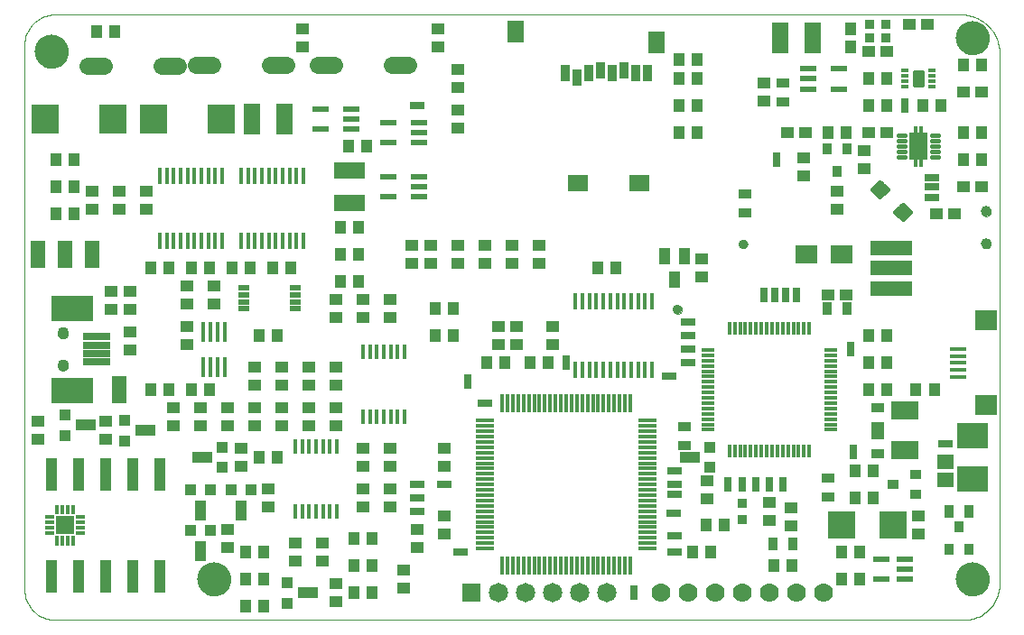
<source format=gts>
G75*
%MOIN*%
%OFA0B0*%
%FSLAX24Y24*%
%IPPOS*%
%LPD*%
%AMOC8*
5,1,8,0,0,1.08239X$1,22.5*
%
%ADD10C,0.0000*%
%ADD11R,0.0512X0.0158*%
%ADD12R,0.0158X0.0512*%
%ADD13R,0.1024X0.0257*%
%ADD14R,0.1536X0.0946*%
%ADD15C,0.0434*%
%ADD16R,0.0182X0.0591*%
%ADD17R,0.0434X0.0473*%
%ADD18R,0.0473X0.0434*%
%ADD19R,0.0540X0.1040*%
%ADD20R,0.0182X0.0552*%
%ADD21R,0.0440X0.0440*%
%ADD22R,0.0440X0.0740*%
%ADD23R,0.0740X0.0440*%
%ADD24R,0.0168X0.0749*%
%ADD25R,0.0442X0.0201*%
%ADD26R,0.0434X0.1221*%
%ADD27R,0.0985X0.0985*%
%ADD28R,0.0631X0.0237*%
%ADD29R,0.0158X0.0631*%
%ADD30R,0.0715X0.0715*%
%ADD31C,0.0715*%
%ADD32R,0.0631X0.0197*%
%ADD33R,0.0631X0.0552*%
%ADD34R,0.0631X0.1182*%
%ADD35R,0.1182X0.0631*%
%ADD36R,0.1044X0.1103*%
%ADD37R,0.0670X0.0146*%
%ADD38R,0.0146X0.0670*%
%ADD39C,0.0640*%
%ADD40R,0.0394X0.0355*%
%ADD41R,0.0355X0.0394*%
%ADD42R,0.0355X0.0512*%
%ADD43R,0.0512X0.0355*%
%ADD44R,0.0788X0.0670*%
%ADD45R,0.1140X0.0940*%
%ADD46C,0.0355*%
%ADD47R,0.0434X0.0591*%
%ADD48R,0.0985X0.0709*%
%ADD49R,0.0355X0.0631*%
%ADD50R,0.0749X0.0591*%
%ADD51R,0.0591X0.0788*%
%ADD52C,0.1240*%
%ADD53C,0.0150*%
%ADD54R,0.0690X0.0985*%
%ADD55R,0.0150X0.0316*%
%ADD56C,0.0390*%
%ADD57R,0.0355X0.0355*%
%ADD58R,0.0540X0.0290*%
%ADD59C,0.0166*%
%ADD60R,0.1540X0.0540*%
%ADD61C,0.0394*%
%ADD62R,0.0296X0.0158*%
%ADD63C,0.0091*%
%ADD64C,0.0380*%
%ADD65C,0.0157*%
%ADD66R,0.0689X0.0689*%
%ADD67R,0.0276X0.0157*%
%ADD68R,0.0157X0.0276*%
%ADD69R,0.0591X0.0178*%
%ADD70R,0.0788X0.0749*%
%ADD71R,0.0290X0.0540*%
%ADD72C,0.0700*%
D10*
X001624Y000310D02*
X035178Y000310D01*
X035249Y000312D01*
X035320Y000318D01*
X035391Y000327D01*
X035460Y000341D01*
X035530Y000358D01*
X035598Y000379D01*
X035664Y000403D01*
X035730Y000431D01*
X035793Y000463D01*
X035855Y000498D01*
X035915Y000536D01*
X035973Y000578D01*
X036029Y000623D01*
X036082Y000670D01*
X036132Y000720D01*
X036179Y000773D01*
X036224Y000829D01*
X036266Y000887D01*
X036304Y000947D01*
X036339Y001009D01*
X036371Y001072D01*
X036399Y001138D01*
X036423Y001204D01*
X036444Y001272D01*
X036461Y001342D01*
X036475Y001411D01*
X036484Y001482D01*
X036490Y001553D01*
X036492Y001624D01*
X036492Y021261D01*
X034900Y021810D02*
X034902Y021859D01*
X034908Y021907D01*
X034918Y021955D01*
X034932Y022002D01*
X034949Y022048D01*
X034970Y022092D01*
X034995Y022134D01*
X035023Y022174D01*
X035055Y022212D01*
X035089Y022247D01*
X035126Y022279D01*
X035165Y022308D01*
X035207Y022334D01*
X035251Y022356D01*
X035296Y022374D01*
X035343Y022389D01*
X035390Y022400D01*
X035439Y022407D01*
X035488Y022410D01*
X035537Y022409D01*
X035585Y022404D01*
X035634Y022395D01*
X035681Y022382D01*
X035727Y022365D01*
X035771Y022345D01*
X035814Y022321D01*
X035855Y022294D01*
X035893Y022263D01*
X035929Y022230D01*
X035961Y022194D01*
X035991Y022155D01*
X036018Y022114D01*
X036041Y022070D01*
X036060Y022025D01*
X036076Y021979D01*
X036088Y021932D01*
X036096Y021883D01*
X036100Y021834D01*
X036100Y021786D01*
X036096Y021737D01*
X036088Y021688D01*
X036076Y021641D01*
X036060Y021595D01*
X036041Y021550D01*
X036018Y021506D01*
X035991Y021465D01*
X035961Y021426D01*
X035929Y021390D01*
X035893Y021357D01*
X035855Y021326D01*
X035814Y021299D01*
X035771Y021275D01*
X035727Y021255D01*
X035681Y021238D01*
X035634Y021225D01*
X035585Y021216D01*
X035537Y021211D01*
X035488Y021210D01*
X035439Y021213D01*
X035390Y021220D01*
X035343Y021231D01*
X035296Y021246D01*
X035251Y021264D01*
X035207Y021286D01*
X035165Y021312D01*
X035126Y021341D01*
X035089Y021373D01*
X035055Y021408D01*
X035023Y021446D01*
X034995Y021486D01*
X034970Y021528D01*
X034949Y021572D01*
X034932Y021618D01*
X034918Y021665D01*
X034908Y021713D01*
X034902Y021761D01*
X034900Y021810D01*
X035073Y022680D02*
X035147Y022678D01*
X035221Y022672D01*
X035295Y022663D01*
X035368Y022649D01*
X035440Y022632D01*
X035511Y022611D01*
X035582Y022586D01*
X035650Y022557D01*
X035717Y022525D01*
X035783Y022490D01*
X035846Y022451D01*
X035907Y022409D01*
X035966Y022364D01*
X036022Y022316D01*
X036076Y022264D01*
X036128Y022210D01*
X036176Y022154D01*
X036221Y022095D01*
X036263Y022034D01*
X036302Y021971D01*
X036337Y021905D01*
X036369Y021838D01*
X036398Y021770D01*
X036423Y021699D01*
X036444Y021628D01*
X036461Y021556D01*
X036475Y021483D01*
X036484Y021409D01*
X036490Y021335D01*
X036492Y021261D01*
X035073Y022680D02*
X001617Y022680D01*
X001552Y022678D01*
X001487Y022672D01*
X001423Y022663D01*
X001359Y022650D01*
X001297Y022633D01*
X001235Y022613D01*
X001175Y022589D01*
X001116Y022561D01*
X001059Y022530D01*
X001003Y022496D01*
X000950Y022459D01*
X000899Y022419D01*
X000850Y022375D01*
X000805Y022330D01*
X000761Y022281D01*
X000721Y022230D01*
X000684Y022177D01*
X000650Y022122D01*
X000619Y022064D01*
X000591Y022005D01*
X000567Y021945D01*
X000547Y021883D01*
X000530Y021821D01*
X000517Y021757D01*
X000508Y021693D01*
X000502Y021628D01*
X000500Y021563D01*
X000500Y001434D01*
X000502Y001369D01*
X000508Y001304D01*
X000517Y001239D01*
X000530Y001175D01*
X000547Y001112D01*
X000568Y001050D01*
X000592Y000989D01*
X000620Y000930D01*
X000651Y000872D01*
X000685Y000816D01*
X000722Y000763D01*
X000763Y000712D01*
X000806Y000663D01*
X000853Y000616D01*
X000902Y000573D01*
X000953Y000532D01*
X001006Y000495D01*
X001062Y000461D01*
X001120Y000430D01*
X001179Y000402D01*
X001240Y000378D01*
X001302Y000357D01*
X001365Y000340D01*
X001429Y000327D01*
X001494Y000318D01*
X001559Y000312D01*
X001624Y000310D01*
X006900Y001810D02*
X006902Y001859D01*
X006908Y001907D01*
X006918Y001955D01*
X006932Y002002D01*
X006949Y002048D01*
X006970Y002092D01*
X006995Y002134D01*
X007023Y002174D01*
X007055Y002212D01*
X007089Y002247D01*
X007126Y002279D01*
X007165Y002308D01*
X007207Y002334D01*
X007251Y002356D01*
X007296Y002374D01*
X007343Y002389D01*
X007390Y002400D01*
X007439Y002407D01*
X007488Y002410D01*
X007537Y002409D01*
X007585Y002404D01*
X007634Y002395D01*
X007681Y002382D01*
X007727Y002365D01*
X007771Y002345D01*
X007814Y002321D01*
X007855Y002294D01*
X007893Y002263D01*
X007929Y002230D01*
X007961Y002194D01*
X007991Y002155D01*
X008018Y002114D01*
X008041Y002070D01*
X008060Y002025D01*
X008076Y001979D01*
X008088Y001932D01*
X008096Y001883D01*
X008100Y001834D01*
X008100Y001786D01*
X008096Y001737D01*
X008088Y001688D01*
X008076Y001641D01*
X008060Y001595D01*
X008041Y001550D01*
X008018Y001506D01*
X007991Y001465D01*
X007961Y001426D01*
X007929Y001390D01*
X007893Y001357D01*
X007855Y001326D01*
X007814Y001299D01*
X007771Y001275D01*
X007727Y001255D01*
X007681Y001238D01*
X007634Y001225D01*
X007585Y001216D01*
X007537Y001211D01*
X007488Y001210D01*
X007439Y001213D01*
X007390Y001220D01*
X007343Y001231D01*
X007296Y001246D01*
X007251Y001264D01*
X007207Y001286D01*
X007165Y001312D01*
X007126Y001341D01*
X007089Y001373D01*
X007055Y001408D01*
X007023Y001446D01*
X006995Y001486D01*
X006970Y001528D01*
X006949Y001572D01*
X006932Y001618D01*
X006918Y001665D01*
X006908Y001713D01*
X006902Y001761D01*
X006900Y001810D01*
X001720Y009719D02*
X001722Y009746D01*
X001728Y009773D01*
X001737Y009799D01*
X001750Y009823D01*
X001766Y009846D01*
X001785Y009865D01*
X001807Y009882D01*
X001831Y009896D01*
X001856Y009906D01*
X001883Y009913D01*
X001910Y009916D01*
X001938Y009915D01*
X001965Y009910D01*
X001991Y009902D01*
X002015Y009890D01*
X002038Y009874D01*
X002059Y009856D01*
X002076Y009835D01*
X002091Y009811D01*
X002102Y009786D01*
X002110Y009760D01*
X002114Y009733D01*
X002114Y009705D01*
X002110Y009678D01*
X002102Y009652D01*
X002091Y009627D01*
X002076Y009603D01*
X002059Y009582D01*
X002038Y009564D01*
X002016Y009548D01*
X001991Y009536D01*
X001965Y009528D01*
X001938Y009523D01*
X001910Y009522D01*
X001883Y009525D01*
X001856Y009532D01*
X001831Y009542D01*
X001807Y009556D01*
X001785Y009573D01*
X001766Y009592D01*
X001750Y009615D01*
X001737Y009639D01*
X001728Y009665D01*
X001722Y009692D01*
X001720Y009719D01*
X001720Y010901D02*
X001722Y010928D01*
X001728Y010955D01*
X001737Y010981D01*
X001750Y011005D01*
X001766Y011028D01*
X001785Y011047D01*
X001807Y011064D01*
X001831Y011078D01*
X001856Y011088D01*
X001883Y011095D01*
X001910Y011098D01*
X001938Y011097D01*
X001965Y011092D01*
X001991Y011084D01*
X002015Y011072D01*
X002038Y011056D01*
X002059Y011038D01*
X002076Y011017D01*
X002091Y010993D01*
X002102Y010968D01*
X002110Y010942D01*
X002114Y010915D01*
X002114Y010887D01*
X002110Y010860D01*
X002102Y010834D01*
X002091Y010809D01*
X002076Y010785D01*
X002059Y010764D01*
X002038Y010746D01*
X002016Y010730D01*
X001991Y010718D01*
X001965Y010710D01*
X001938Y010705D01*
X001910Y010704D01*
X001883Y010707D01*
X001856Y010714D01*
X001831Y010724D01*
X001807Y010738D01*
X001785Y010755D01*
X001766Y010774D01*
X001750Y010797D01*
X001737Y010821D01*
X001728Y010847D01*
X001722Y010874D01*
X001720Y010901D01*
X000900Y021310D02*
X000902Y021359D01*
X000908Y021407D01*
X000918Y021455D01*
X000932Y021502D01*
X000949Y021548D01*
X000970Y021592D01*
X000995Y021634D01*
X001023Y021674D01*
X001055Y021712D01*
X001089Y021747D01*
X001126Y021779D01*
X001165Y021808D01*
X001207Y021834D01*
X001251Y021856D01*
X001296Y021874D01*
X001343Y021889D01*
X001390Y021900D01*
X001439Y021907D01*
X001488Y021910D01*
X001537Y021909D01*
X001585Y021904D01*
X001634Y021895D01*
X001681Y021882D01*
X001727Y021865D01*
X001771Y021845D01*
X001814Y021821D01*
X001855Y021794D01*
X001893Y021763D01*
X001929Y021730D01*
X001961Y021694D01*
X001991Y021655D01*
X002018Y021614D01*
X002041Y021570D01*
X002060Y021525D01*
X002076Y021479D01*
X002088Y021432D01*
X002096Y021383D01*
X002100Y021334D01*
X002100Y021286D01*
X002096Y021237D01*
X002088Y021188D01*
X002076Y021141D01*
X002060Y021095D01*
X002041Y021050D01*
X002018Y021006D01*
X001991Y020965D01*
X001961Y020926D01*
X001929Y020890D01*
X001893Y020857D01*
X001855Y020826D01*
X001814Y020799D01*
X001771Y020775D01*
X001727Y020755D01*
X001681Y020738D01*
X001634Y020725D01*
X001585Y020716D01*
X001537Y020711D01*
X001488Y020710D01*
X001439Y020713D01*
X001390Y020720D01*
X001343Y020731D01*
X001296Y020746D01*
X001251Y020764D01*
X001207Y020786D01*
X001165Y020812D01*
X001126Y020841D01*
X001089Y020873D01*
X001055Y020908D01*
X001023Y020946D01*
X000995Y020986D01*
X000970Y021028D01*
X000949Y021072D01*
X000932Y021118D01*
X000918Y021165D01*
X000908Y021213D01*
X000902Y021261D01*
X000900Y021310D01*
X024457Y011776D02*
X024459Y011801D01*
X024465Y011825D01*
X024474Y011847D01*
X024487Y011868D01*
X024503Y011887D01*
X024522Y011903D01*
X024543Y011916D01*
X024565Y011925D01*
X024589Y011931D01*
X024614Y011933D01*
X024639Y011931D01*
X024663Y011925D01*
X024685Y011916D01*
X024706Y011903D01*
X024725Y011887D01*
X024741Y011868D01*
X024754Y011847D01*
X024763Y011825D01*
X024769Y011801D01*
X024771Y011776D01*
X024769Y011751D01*
X024763Y011727D01*
X024754Y011705D01*
X024741Y011684D01*
X024725Y011665D01*
X024706Y011649D01*
X024685Y011636D01*
X024663Y011627D01*
X024639Y011621D01*
X024614Y011619D01*
X024589Y011621D01*
X024565Y011627D01*
X024543Y011636D01*
X024522Y011649D01*
X024503Y011665D01*
X024487Y011684D01*
X024474Y011705D01*
X024465Y011727D01*
X024459Y011751D01*
X024457Y011776D01*
X026877Y014196D02*
X026879Y014221D01*
X026885Y014245D01*
X026894Y014267D01*
X026907Y014288D01*
X026923Y014307D01*
X026942Y014323D01*
X026963Y014336D01*
X026985Y014345D01*
X027009Y014351D01*
X027034Y014353D01*
X027059Y014351D01*
X027083Y014345D01*
X027105Y014336D01*
X027126Y014323D01*
X027145Y014307D01*
X027161Y014288D01*
X027174Y014267D01*
X027183Y014245D01*
X027189Y014221D01*
X027191Y014196D01*
X027189Y014171D01*
X027183Y014147D01*
X027174Y014125D01*
X027161Y014104D01*
X027145Y014085D01*
X027126Y014069D01*
X027105Y014056D01*
X027083Y014047D01*
X027059Y014041D01*
X027034Y014039D01*
X027009Y014041D01*
X026985Y014047D01*
X026963Y014056D01*
X026942Y014069D01*
X026923Y014085D01*
X026907Y014104D01*
X026894Y014125D01*
X026885Y014147D01*
X026879Y014171D01*
X026877Y014196D01*
X035823Y014219D02*
X035825Y014245D01*
X035831Y014271D01*
X035841Y014296D01*
X035854Y014319D01*
X035870Y014339D01*
X035890Y014357D01*
X035912Y014372D01*
X035935Y014384D01*
X035961Y014392D01*
X035987Y014396D01*
X036013Y014396D01*
X036039Y014392D01*
X036065Y014384D01*
X036089Y014372D01*
X036110Y014357D01*
X036130Y014339D01*
X036146Y014319D01*
X036159Y014296D01*
X036169Y014271D01*
X036175Y014245D01*
X036177Y014219D01*
X036175Y014193D01*
X036169Y014167D01*
X036159Y014142D01*
X036146Y014119D01*
X036130Y014099D01*
X036110Y014081D01*
X036088Y014066D01*
X036065Y014054D01*
X036039Y014046D01*
X036013Y014042D01*
X035987Y014042D01*
X035961Y014046D01*
X035935Y014054D01*
X035911Y014066D01*
X035890Y014081D01*
X035870Y014099D01*
X035854Y014119D01*
X035841Y014142D01*
X035831Y014167D01*
X035825Y014193D01*
X035823Y014219D01*
X035823Y015401D02*
X035825Y015427D01*
X035831Y015453D01*
X035841Y015478D01*
X035854Y015501D01*
X035870Y015521D01*
X035890Y015539D01*
X035912Y015554D01*
X035935Y015566D01*
X035961Y015574D01*
X035987Y015578D01*
X036013Y015578D01*
X036039Y015574D01*
X036065Y015566D01*
X036089Y015554D01*
X036110Y015539D01*
X036130Y015521D01*
X036146Y015501D01*
X036159Y015478D01*
X036169Y015453D01*
X036175Y015427D01*
X036177Y015401D01*
X036175Y015375D01*
X036169Y015349D01*
X036159Y015324D01*
X036146Y015301D01*
X036130Y015281D01*
X036110Y015263D01*
X036088Y015248D01*
X036065Y015236D01*
X036039Y015228D01*
X036013Y015224D01*
X035987Y015224D01*
X035961Y015228D01*
X035935Y015236D01*
X035911Y015248D01*
X035890Y015263D01*
X035870Y015281D01*
X035854Y015301D01*
X035841Y015324D01*
X035831Y015349D01*
X035825Y015375D01*
X035823Y015401D01*
X034900Y001810D02*
X034902Y001859D01*
X034908Y001907D01*
X034918Y001955D01*
X034932Y002002D01*
X034949Y002048D01*
X034970Y002092D01*
X034995Y002134D01*
X035023Y002174D01*
X035055Y002212D01*
X035089Y002247D01*
X035126Y002279D01*
X035165Y002308D01*
X035207Y002334D01*
X035251Y002356D01*
X035296Y002374D01*
X035343Y002389D01*
X035390Y002400D01*
X035439Y002407D01*
X035488Y002410D01*
X035537Y002409D01*
X035585Y002404D01*
X035634Y002395D01*
X035681Y002382D01*
X035727Y002365D01*
X035771Y002345D01*
X035814Y002321D01*
X035855Y002294D01*
X035893Y002263D01*
X035929Y002230D01*
X035961Y002194D01*
X035991Y002155D01*
X036018Y002114D01*
X036041Y002070D01*
X036060Y002025D01*
X036076Y001979D01*
X036088Y001932D01*
X036096Y001883D01*
X036100Y001834D01*
X036100Y001786D01*
X036096Y001737D01*
X036088Y001688D01*
X036076Y001641D01*
X036060Y001595D01*
X036041Y001550D01*
X036018Y001506D01*
X035991Y001465D01*
X035961Y001426D01*
X035929Y001390D01*
X035893Y001357D01*
X035855Y001326D01*
X035814Y001299D01*
X035771Y001275D01*
X035727Y001255D01*
X035681Y001238D01*
X035634Y001225D01*
X035585Y001216D01*
X035537Y001211D01*
X035488Y001210D01*
X035439Y001213D01*
X035390Y001220D01*
X035343Y001231D01*
X035296Y001246D01*
X035251Y001264D01*
X035207Y001286D01*
X035165Y001312D01*
X035126Y001341D01*
X035089Y001373D01*
X035055Y001408D01*
X035023Y001446D01*
X034995Y001486D01*
X034970Y001528D01*
X034949Y001572D01*
X034932Y001618D01*
X034918Y001665D01*
X034908Y001713D01*
X034902Y001761D01*
X034900Y001810D01*
D11*
X030264Y007334D03*
X030264Y007530D03*
X030264Y007727D03*
X030264Y007924D03*
X030264Y008121D03*
X030264Y008318D03*
X030264Y008515D03*
X030264Y008712D03*
X030264Y008908D03*
X030264Y009105D03*
X030264Y009302D03*
X030264Y009499D03*
X030264Y009696D03*
X030264Y009893D03*
X030264Y010090D03*
X030264Y010286D03*
X025736Y010286D03*
X025736Y010090D03*
X025736Y009893D03*
X025736Y009696D03*
X025736Y009499D03*
X025736Y009302D03*
X025736Y009105D03*
X025736Y008908D03*
X025736Y008712D03*
X025736Y008515D03*
X025736Y008318D03*
X025736Y008121D03*
X025736Y007924D03*
X025736Y007727D03*
X025736Y007530D03*
X025736Y007334D03*
D12*
X026524Y006546D03*
X026720Y006546D03*
X026917Y006546D03*
X027114Y006546D03*
X027311Y006546D03*
X027508Y006546D03*
X027705Y006546D03*
X027902Y006546D03*
X028098Y006546D03*
X028295Y006546D03*
X028492Y006546D03*
X028689Y006546D03*
X028886Y006546D03*
X029083Y006546D03*
X029280Y006546D03*
X029476Y006546D03*
X029476Y011074D03*
X029280Y011074D03*
X029083Y011074D03*
X028886Y011074D03*
X028689Y011074D03*
X028492Y011074D03*
X028295Y011074D03*
X028098Y011074D03*
X027902Y011074D03*
X027705Y011074D03*
X027508Y011074D03*
X027311Y011074D03*
X027114Y011074D03*
X026917Y011074D03*
X026720Y011074D03*
X026524Y011074D03*
D13*
X003157Y010782D03*
X003157Y010467D03*
X003157Y010153D03*
X003157Y009838D03*
D14*
X002252Y008794D03*
X002252Y011826D03*
D15*
X001917Y010901D03*
X001917Y009719D03*
D16*
X005500Y014310D03*
X005756Y014310D03*
X006012Y014310D03*
X006268Y014310D03*
X006524Y014310D03*
X006780Y014310D03*
X007035Y014310D03*
X007291Y014310D03*
X007547Y014310D03*
X007803Y014310D03*
X008500Y014310D03*
X008756Y014310D03*
X009012Y014310D03*
X009268Y014310D03*
X009524Y014310D03*
X009780Y014310D03*
X010035Y014310D03*
X010291Y014310D03*
X010547Y014310D03*
X010803Y014310D03*
X010803Y016710D03*
X010547Y016710D03*
X010291Y016710D03*
X010035Y016710D03*
X009780Y016710D03*
X009524Y016710D03*
X009268Y016710D03*
X009012Y016710D03*
X008756Y016710D03*
X008500Y016710D03*
X007803Y016710D03*
X007547Y016710D03*
X007291Y016710D03*
X007035Y016710D03*
X006780Y016710D03*
X006524Y016710D03*
X006268Y016710D03*
X006012Y016710D03*
X005756Y016710D03*
X005500Y016710D03*
D17*
X002335Y016310D03*
X001665Y016310D03*
X001665Y015310D03*
X002335Y015310D03*
X002335Y017310D03*
X001665Y017310D03*
X005165Y013310D03*
X005835Y013310D03*
X006665Y013310D03*
X007335Y013310D03*
X008165Y013310D03*
X008835Y013310D03*
X009665Y013310D03*
X010335Y013310D03*
X012165Y012810D03*
X012835Y012810D03*
X012835Y013810D03*
X012165Y013810D03*
X012165Y014810D03*
X012835Y014810D03*
X013135Y017810D03*
X012465Y017810D03*
X003835Y022060D03*
X003165Y022060D03*
X015665Y011810D03*
X016335Y011810D03*
X016335Y010810D03*
X015665Y010810D03*
X017565Y009810D03*
X018235Y009810D03*
X019165Y009810D03*
X019835Y009810D03*
X021665Y013310D03*
X022335Y013310D03*
X024665Y018310D03*
X025335Y018310D03*
X025335Y019310D03*
X024665Y019310D03*
X024665Y020310D03*
X025335Y020310D03*
X025335Y021010D03*
X024665Y021010D03*
X030165Y018310D03*
X030835Y018310D03*
X031665Y019310D03*
X032335Y019310D03*
X033665Y019310D03*
X034335Y019310D03*
X035165Y018310D03*
X035835Y018310D03*
X035835Y017310D03*
X035165Y017310D03*
X032335Y020310D03*
X031665Y020310D03*
X031000Y021475D03*
X031000Y022145D03*
X035165Y020810D03*
X035835Y020810D03*
X032335Y010810D03*
X031665Y010810D03*
X031665Y009810D03*
X032335Y009810D03*
X032335Y008810D03*
X031665Y008810D03*
X033415Y008810D03*
X034085Y008810D03*
X031835Y005810D03*
X031165Y005810D03*
X031165Y004810D03*
X031835Y004810D03*
X031335Y002810D03*
X030665Y002810D03*
X030665Y001810D03*
X031335Y001810D03*
X028835Y002310D03*
X028165Y002310D03*
X025835Y002810D03*
X025165Y002810D03*
X025665Y003810D03*
X026335Y003810D03*
X013335Y003310D03*
X012665Y003310D03*
X012665Y002310D03*
X013335Y002310D03*
X013335Y001310D03*
X012665Y001310D03*
X009335Y000810D03*
X008665Y000810D03*
X008665Y001810D03*
X009335Y001810D03*
X009335Y002810D03*
X008665Y002810D03*
X009165Y006310D03*
X009835Y006310D03*
X007335Y008810D03*
X006665Y008810D03*
X005835Y008810D03*
X005165Y008810D03*
X009165Y010810D03*
X009835Y010810D03*
D18*
X010000Y009645D03*
X011000Y009645D03*
X011000Y008975D03*
X010000Y008975D03*
X009000Y008975D03*
X009000Y009645D03*
X009000Y008145D03*
X009000Y007475D03*
X008500Y006645D03*
X008500Y005975D03*
X009500Y005145D03*
X009500Y004475D03*
X008000Y003645D03*
X008000Y002975D03*
X010500Y003145D03*
X011500Y003145D03*
X011500Y002475D03*
X010500Y002475D03*
X012000Y001645D03*
X012000Y000975D03*
X014500Y001475D03*
X014500Y002145D03*
X015000Y002975D03*
X016000Y003475D03*
X015000Y003645D03*
X016000Y004145D03*
X014000Y004475D03*
X014000Y005145D03*
X013000Y005145D03*
X013000Y004475D03*
X013000Y005975D03*
X013000Y006645D03*
X014000Y006645D03*
X014000Y005975D03*
X016000Y005975D03*
X016000Y006645D03*
X012000Y007475D03*
X012000Y008145D03*
X011000Y008145D03*
X010000Y008145D03*
X010000Y007475D03*
X011000Y007475D03*
X012000Y008975D03*
X012000Y009645D03*
X012000Y011475D03*
X013000Y011475D03*
X013000Y012145D03*
X012000Y012145D03*
X014000Y012145D03*
X014000Y011475D03*
X014800Y013475D03*
X015500Y013475D03*
X016500Y013475D03*
X016500Y014145D03*
X015500Y014145D03*
X014800Y014145D03*
X017500Y014145D03*
X017500Y013475D03*
X018500Y013475D03*
X019500Y013475D03*
X019500Y014145D03*
X018500Y014145D03*
X018650Y011145D03*
X018000Y011145D03*
X018000Y010475D03*
X018650Y010475D03*
X020000Y010475D03*
X020000Y011145D03*
X025500Y012975D03*
X025500Y013645D03*
X030165Y012310D03*
X030835Y012310D03*
X030500Y015475D03*
X030500Y016145D03*
X029250Y016725D03*
X029250Y017395D03*
X029335Y018310D03*
X028665Y018310D03*
X027800Y019475D03*
X027800Y020145D03*
X031665Y021310D03*
X032335Y021310D03*
X033165Y022310D03*
X033835Y022310D03*
X035165Y019810D03*
X035835Y019810D03*
X032335Y018310D03*
X031665Y018310D03*
X031500Y017645D03*
X031500Y016975D03*
X034165Y015310D03*
X034835Y015310D03*
X035165Y016310D03*
X035835Y016310D03*
X025700Y005445D03*
X025700Y004775D03*
X028000Y004645D03*
X028800Y004445D03*
X028800Y003775D03*
X028000Y003975D03*
X033500Y004145D03*
X033500Y003475D03*
X016500Y018475D03*
X016500Y019145D03*
X016500Y019975D03*
X016500Y020645D03*
X015750Y021475D03*
X015750Y022145D03*
X010750Y022145D03*
X010750Y021475D03*
X005000Y016145D03*
X005000Y015475D03*
X004000Y015475D03*
X004000Y016145D03*
X003000Y016145D03*
X003000Y015475D03*
X003700Y012445D03*
X004400Y012445D03*
X004400Y011775D03*
X003700Y011775D03*
X004400Y010945D03*
X004400Y010275D03*
X006500Y010475D03*
X006500Y011145D03*
X006500Y011975D03*
X006500Y012645D03*
X007500Y012645D03*
X007500Y011975D03*
X007000Y008145D03*
X008000Y008145D03*
X008000Y007475D03*
X007000Y007475D03*
X006000Y007475D03*
X006000Y008145D03*
X003500Y007645D03*
X003500Y006975D03*
X001000Y006975D03*
X001000Y007645D03*
D19*
X004000Y008810D03*
X003000Y013810D03*
X002000Y013810D03*
X001000Y013810D03*
D20*
X010500Y006710D03*
X010756Y006710D03*
X011012Y006710D03*
X011268Y006710D03*
X011524Y006710D03*
X011780Y006710D03*
X012035Y006710D03*
X013000Y007810D03*
X013256Y007810D03*
X013512Y007810D03*
X013768Y007810D03*
X014024Y007810D03*
X014280Y007810D03*
X014535Y007810D03*
X014535Y010210D03*
X014280Y010210D03*
X014024Y010210D03*
X013768Y010210D03*
X013512Y010210D03*
X013256Y010210D03*
X013000Y010210D03*
X012035Y004310D03*
X011780Y004310D03*
X011524Y004310D03*
X011268Y004310D03*
X011012Y004310D03*
X010756Y004310D03*
X010500Y004310D03*
D21*
X008870Y005110D03*
X008120Y005110D03*
X007370Y005110D03*
X006620Y005110D03*
X007800Y005940D03*
X007800Y006690D03*
X004200Y006930D03*
X004200Y007680D03*
X002000Y007880D03*
X002000Y007130D03*
X006620Y003610D03*
X007370Y003610D03*
X010200Y001680D03*
X010200Y000930D03*
X025800Y005940D03*
X025800Y006690D03*
D22*
X008495Y004360D03*
X006995Y004360D03*
X006995Y002860D03*
D23*
X010950Y001305D03*
X007050Y006315D03*
X004950Y007305D03*
X002750Y007505D03*
X025050Y006315D03*
D24*
X007884Y009660D03*
X007628Y009660D03*
X007372Y009660D03*
X007116Y009660D03*
X007116Y010960D03*
X007372Y010960D03*
X007628Y010960D03*
X007884Y010960D03*
D25*
X008610Y011810D03*
X008610Y012066D03*
X008610Y012322D03*
X008610Y012578D03*
X010500Y012578D03*
X010500Y012322D03*
X010500Y012066D03*
X010500Y011810D03*
D26*
X005500Y005692D03*
X004500Y005692D03*
X003500Y005692D03*
X002500Y005692D03*
X001500Y005692D03*
X001500Y001928D03*
X002500Y001928D03*
X003500Y001928D03*
X004500Y001928D03*
X005500Y001928D03*
D27*
X030650Y003810D03*
X032579Y003810D03*
D28*
X033000Y002558D03*
X033000Y002184D03*
X033000Y001810D03*
X032134Y001810D03*
X032134Y002558D03*
D29*
X023663Y009550D03*
X023407Y009550D03*
X023152Y009550D03*
X022896Y009550D03*
X022640Y009550D03*
X022384Y009550D03*
X022128Y009550D03*
X021872Y009550D03*
X021616Y009550D03*
X021360Y009550D03*
X021104Y009550D03*
X020848Y009550D03*
X020848Y012070D03*
X021104Y012070D03*
X021360Y012070D03*
X021616Y012070D03*
X021872Y012070D03*
X022128Y012070D03*
X022384Y012070D03*
X022640Y012070D03*
X022896Y012070D03*
X023152Y012070D03*
X023407Y012070D03*
X023663Y012070D03*
D30*
X017000Y001310D03*
D31*
X018000Y001310D03*
X019000Y001310D03*
X020000Y001310D03*
X021000Y001310D03*
X022000Y001310D03*
D32*
X015060Y015940D03*
X015060Y016314D03*
X015060Y016688D03*
X013938Y016688D03*
X013938Y015940D03*
X013938Y017940D03*
X013938Y018688D03*
X015060Y018688D03*
X015060Y018314D03*
X015060Y017940D03*
X012560Y018440D03*
X012560Y018814D03*
X012560Y019188D03*
X011438Y019188D03*
X011438Y018440D03*
X029440Y019932D03*
X029440Y020306D03*
X029440Y020680D03*
X030562Y020680D03*
X030562Y019932D03*
D33*
X034500Y006145D03*
X034500Y005475D03*
D34*
X010091Y018810D03*
X008909Y018810D03*
X028409Y021810D03*
X029591Y021810D03*
D35*
X012500Y016901D03*
X012500Y015719D03*
D36*
X007750Y018810D03*
X005250Y018810D03*
X003750Y018810D03*
X001250Y018810D03*
D37*
X017508Y007672D03*
X017508Y007475D03*
X017508Y007279D03*
X017508Y007082D03*
X017508Y006885D03*
X017508Y006688D03*
X017508Y006491D03*
X017508Y006294D03*
X017508Y006097D03*
X017508Y005901D03*
X017508Y005704D03*
X017508Y005507D03*
X017508Y005310D03*
X017508Y005113D03*
X017508Y004916D03*
X017508Y004719D03*
X017508Y004523D03*
X017508Y004326D03*
X017508Y004129D03*
X017508Y003932D03*
X017508Y003735D03*
X017508Y003538D03*
X017508Y003341D03*
X017508Y003145D03*
X017508Y002948D03*
X023492Y002948D03*
X023492Y003145D03*
X023492Y003341D03*
X023492Y003538D03*
X023492Y003735D03*
X023492Y003932D03*
X023492Y004129D03*
X023492Y004326D03*
X023492Y004523D03*
X023492Y004719D03*
X023492Y004916D03*
X023492Y005113D03*
X023492Y005310D03*
X023492Y005507D03*
X023492Y005704D03*
X023492Y005901D03*
X023492Y006097D03*
X023492Y006294D03*
X023492Y006491D03*
X023492Y006688D03*
X023492Y006885D03*
X023492Y007082D03*
X023492Y007279D03*
X023492Y007475D03*
X023492Y007672D03*
D38*
X022862Y008302D03*
X022665Y008302D03*
X022469Y008302D03*
X022272Y008302D03*
X022075Y008302D03*
X021878Y008302D03*
X021681Y008302D03*
X021484Y008302D03*
X021287Y008302D03*
X021091Y008302D03*
X020894Y008302D03*
X020697Y008302D03*
X020500Y008302D03*
X020303Y008302D03*
X020106Y008302D03*
X019909Y008302D03*
X019713Y008302D03*
X019516Y008302D03*
X019319Y008302D03*
X019122Y008302D03*
X018925Y008302D03*
X018728Y008302D03*
X018531Y008302D03*
X018335Y008302D03*
X018138Y008302D03*
X018138Y002318D03*
X018335Y002318D03*
X018531Y002318D03*
X018728Y002318D03*
X018925Y002318D03*
X019122Y002318D03*
X019319Y002318D03*
X019516Y002318D03*
X019713Y002318D03*
X019909Y002318D03*
X020106Y002318D03*
X020303Y002318D03*
X020500Y002318D03*
X020697Y002318D03*
X020894Y002318D03*
X021091Y002318D03*
X021287Y002318D03*
X021484Y002318D03*
X021681Y002318D03*
X021878Y002318D03*
X022075Y002318D03*
X022272Y002318D03*
X022469Y002318D03*
X022665Y002318D03*
X022862Y002318D03*
D39*
X014678Y020822D02*
X014078Y020822D01*
X011922Y020822D02*
X011322Y020822D01*
X010178Y020822D02*
X009578Y020822D01*
X007422Y020822D02*
X006822Y020822D01*
X006178Y020798D02*
X005578Y020798D01*
X003422Y020798D02*
X002822Y020798D01*
D40*
X032567Y005310D03*
X033394Y005684D03*
X033394Y004936D03*
D41*
X035000Y003743D03*
X034626Y002916D03*
X035374Y002916D03*
X030500Y016877D03*
X030126Y017704D03*
X030874Y017704D03*
D42*
X030854Y011810D03*
X030146Y011810D03*
X034646Y004310D03*
X035354Y004310D03*
X028854Y003110D03*
X028146Y003110D03*
D43*
X030150Y004856D03*
X030150Y005564D03*
X032000Y006456D03*
X032000Y007164D03*
X032000Y007456D03*
X032000Y008164D03*
X024850Y007464D03*
X024850Y006756D03*
X027100Y015356D03*
X027100Y016064D03*
X028500Y019456D03*
X028500Y020164D03*
D44*
X029350Y013810D03*
X030650Y013810D03*
D45*
X035500Y007116D03*
X035500Y005504D03*
D46*
X024614Y011776D03*
X027034Y014196D03*
D47*
X024874Y013743D03*
X024126Y013743D03*
X024500Y012877D03*
D48*
X033000Y008038D03*
X033000Y006582D03*
D49*
X020913Y020365D03*
X020480Y020523D03*
X021346Y020523D03*
X021780Y020601D03*
X022213Y020523D03*
X022646Y020601D03*
X023079Y020523D03*
X023512Y020523D03*
D50*
X023193Y016467D03*
X020949Y016467D03*
D51*
X023823Y021645D03*
X018646Y022038D03*
D52*
X035500Y021810D03*
X035500Y001810D03*
X007500Y001810D03*
X001500Y021310D03*
D53*
X032780Y018204D02*
X033004Y018204D01*
X033004Y018007D02*
X032780Y018007D01*
X032780Y017810D02*
X033004Y017810D01*
X033004Y017613D02*
X032780Y017613D01*
X032780Y017416D02*
X033004Y017416D01*
X033996Y017416D02*
X034220Y017416D01*
X034220Y017613D02*
X033996Y017613D01*
X033996Y017810D02*
X034220Y017810D01*
X034220Y018007D02*
X033996Y018007D01*
X033996Y018204D02*
X034220Y018204D01*
D54*
X033500Y017810D03*
D55*
X033402Y017200D03*
X033598Y017200D03*
X033598Y018420D03*
X033402Y018420D03*
D56*
X033500Y018046D03*
X033500Y017574D03*
D57*
X032295Y021810D03*
X031705Y021810D03*
X031705Y022310D03*
X032295Y022310D03*
X027000Y004605D03*
X027000Y004015D03*
D58*
X024450Y004260D03*
X024500Y004960D03*
X024500Y005310D03*
X024500Y005810D03*
X024500Y003410D03*
X024500Y002810D03*
X016600Y002810D03*
X015000Y004310D03*
X015000Y004810D03*
X015000Y005310D03*
X016000Y005310D03*
X017500Y008310D03*
X024300Y009310D03*
X025000Y009810D03*
X025000Y010310D03*
X025000Y010810D03*
X025000Y011310D03*
X034000Y015930D03*
X034000Y016310D03*
X034000Y016660D03*
X034500Y006810D03*
X015000Y019310D03*
D59*
X032082Y016500D02*
X032354Y016228D01*
X032082Y015956D01*
X031810Y016228D01*
X032082Y016500D01*
X032247Y016121D02*
X031917Y016121D01*
X031868Y016286D02*
X032296Y016286D01*
X032131Y016451D02*
X032033Y016451D01*
X033190Y015392D02*
X032918Y015120D01*
X032646Y015392D01*
X032918Y015664D01*
X033190Y015392D01*
X033083Y015285D02*
X032753Y015285D01*
X032704Y015450D02*
X033132Y015450D01*
X032967Y015615D02*
X032869Y015615D01*
D60*
X032500Y014060D03*
X032500Y013310D03*
X032500Y012560D03*
D61*
X036000Y014219D03*
X036000Y015401D03*
D62*
X033992Y020015D03*
X033992Y020212D03*
X033992Y020408D03*
X033992Y020605D03*
X033008Y020605D03*
X033008Y020408D03*
X033008Y020212D03*
X033008Y020015D03*
D63*
X033319Y020050D02*
X033681Y020050D01*
X033319Y020050D02*
X033319Y020570D01*
X033681Y020570D01*
X033681Y020050D01*
X033681Y020140D02*
X033319Y020140D01*
X033319Y020230D02*
X033681Y020230D01*
X033681Y020320D02*
X033319Y020320D01*
X033319Y020410D02*
X033681Y020410D01*
X033681Y020500D02*
X033319Y020500D01*
D64*
X033500Y020310D03*
D65*
X002472Y004105D03*
X002472Y003908D03*
X002472Y003712D03*
X002472Y003515D03*
X002295Y003338D03*
X002098Y003338D03*
X001902Y003338D03*
X001705Y003338D03*
X001528Y003515D03*
X001528Y003712D03*
X001528Y003908D03*
X001528Y004105D03*
X001705Y004282D03*
X001902Y004282D03*
X002098Y004282D03*
X002295Y004282D03*
D66*
X002000Y003810D03*
D67*
X002610Y003712D03*
X002610Y003908D03*
X002610Y004105D03*
X002610Y003515D03*
X001390Y003515D03*
X001390Y003712D03*
X001390Y003908D03*
X001390Y004105D03*
D68*
X001705Y004420D03*
X001902Y004420D03*
X002098Y004420D03*
X002295Y004420D03*
X002295Y003200D03*
X002098Y003200D03*
X001902Y003200D03*
X001705Y003200D03*
D69*
X034957Y009298D03*
X034957Y009554D03*
X034957Y009810D03*
X034957Y010066D03*
X034957Y010322D03*
D70*
X036000Y011385D03*
X036000Y008235D03*
D71*
X031100Y006510D03*
X028500Y005310D03*
X028000Y005310D03*
X027500Y005310D03*
X027000Y005310D03*
X026450Y005310D03*
X023000Y001310D03*
X016850Y009110D03*
X020500Y009810D03*
X027800Y012310D03*
X028200Y012310D03*
X028600Y012310D03*
X029000Y012310D03*
X031000Y010310D03*
X028250Y017310D03*
X033000Y019310D03*
D72*
X030000Y001310D03*
X029000Y001310D03*
X028000Y001310D03*
X027000Y001310D03*
X026000Y001310D03*
X025000Y001310D03*
X024000Y001310D03*
M02*

</source>
